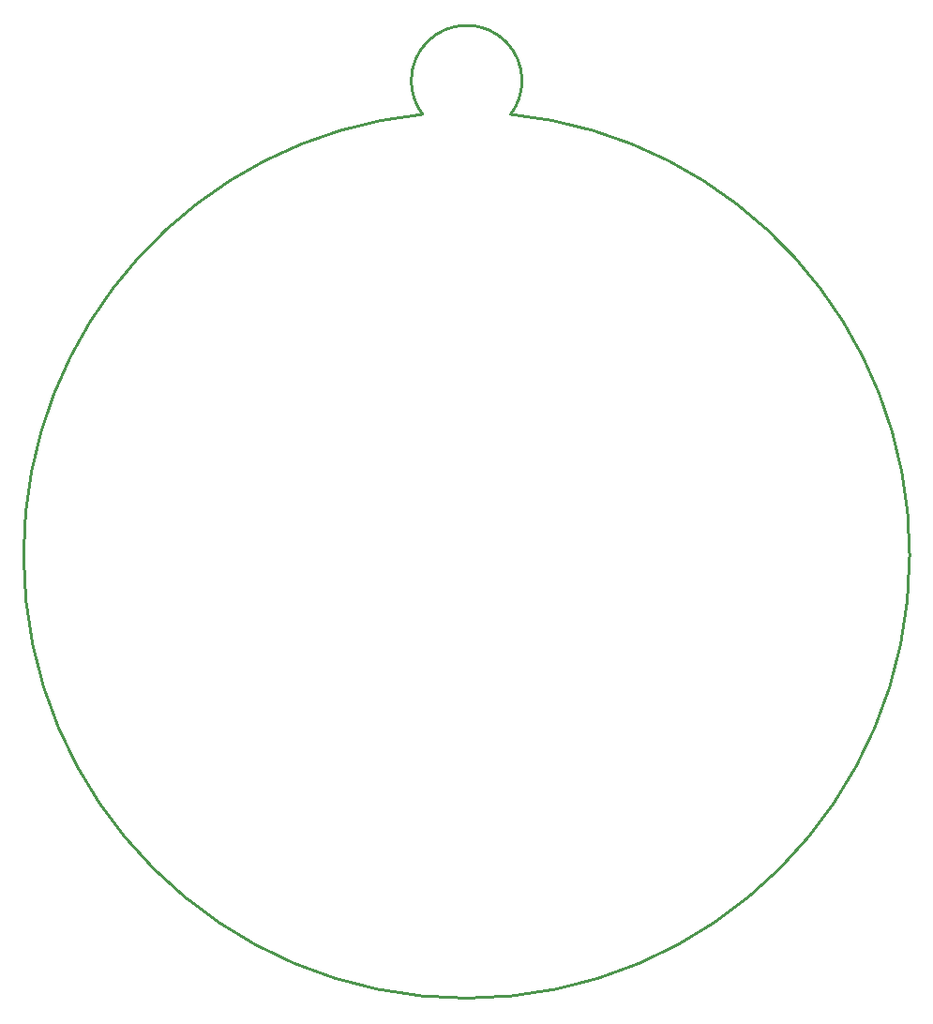
<source format=gko>
G04 Layer: BoardOutlineLayer*
G04 EasyEDA Pro v2.2.45.4, 2025-12-15 17:33:50*
G04 Gerber Generator version 0.3*
G04 Scale: 100 percent, Rotated: No, Reflected: No*
G04 Dimensions in millimeters*
G04 Leading zeros omitted, absolute positions, 4 integers and 5 decimals*
G04 Generated by one-click*
%FSLAX45Y45*%
%MOMM*%
%ADD10C,0.254*%
%ADD11C,0.5842*%
G75*


G04 PolygonModel Start*
G54D10*
G01X4000000Y0D02*
G02X0Y-4000000I-4000000J0D01*
G02X-4000000Y0I0J4000000D01*
G02X-397064Y3980244I3999999J0D01*
G02X-500000Y4284118I397064J303875D01*
G02X0Y4784118I500000J0D01*
G02X500000Y4284118I0J-500000D01*
G02X397064Y3980244I-500000J0D01*
G02X4000000Y0I-397064J-3980243D01*

M02*


</source>
